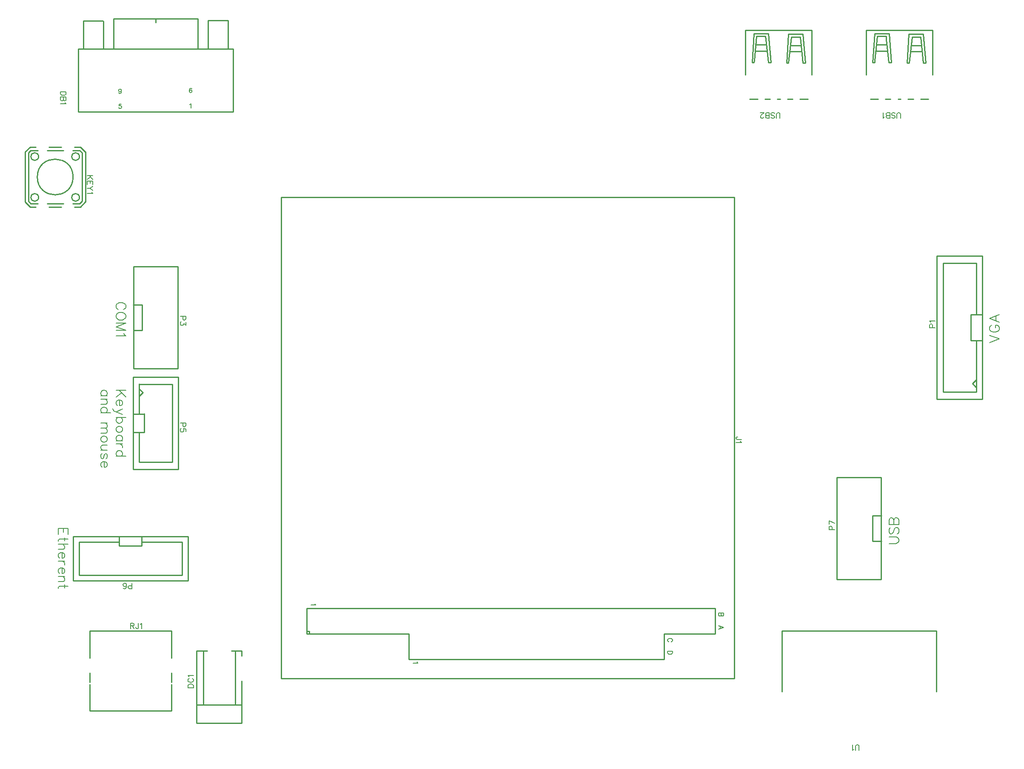
<source format=gto>
G04 Layer: TopSilkscreenLayer*
G04 EasyEDA v6.5.1, 2022-08-09 23:06:28*
G04 a67cddfb3fce44daa9051d46cbbcc19f,10*
G04 Gerber Generator version 0.2*
G04 Scale: 100 percent, Rotated: No, Reflected: No *
G04 Dimensions in millimeters *
G04 leading zeros omitted , absolute positions ,4 integer and 5 decimal *
%FSLAX45Y45*%
%MOMM*%

%ADD10C,0.2540*%
%ADD30C,0.2032*%
%ADD31C,0.1524*%
%ADD32C,0.1270*%

%LPD*%
D30*
X19595010Y7199990D02*
G01*
X19788812Y7273904D01*
X19595010Y7347818D02*
G01*
X19788812Y7273904D01*
X19641238Y7547208D02*
G01*
X19622696Y7538064D01*
X19604154Y7519522D01*
X19595010Y7500980D01*
X19595010Y7464150D01*
X19604154Y7445608D01*
X19622696Y7427320D01*
X19641238Y7417922D01*
X19668924Y7408778D01*
X19714898Y7408778D01*
X19742838Y7417922D01*
X19761126Y7427320D01*
X19779668Y7445608D01*
X19788812Y7464150D01*
X19788812Y7500980D01*
X19779668Y7519522D01*
X19761126Y7538064D01*
X19742838Y7547208D01*
X19714898Y7547208D01*
X19714898Y7500980D02*
G01*
X19714898Y7547208D01*
X19595010Y7682082D02*
G01*
X19788812Y7608168D01*
X19595010Y7682082D02*
G01*
X19788812Y7755996D01*
X19724296Y7635854D02*
G01*
X19724296Y7728310D01*
X17595032Y3200006D02*
G01*
X17733462Y3200006D01*
X17761148Y3209150D01*
X17779690Y3227692D01*
X17788834Y3255378D01*
X17788834Y3273920D01*
X17779690Y3301606D01*
X17761148Y3320148D01*
X17733462Y3329292D01*
X17595032Y3329292D01*
X17622718Y3519538D02*
G01*
X17604176Y3500996D01*
X17595032Y3473310D01*
X17595032Y3436480D01*
X17604176Y3408794D01*
X17622718Y3390252D01*
X17641260Y3390252D01*
X17659548Y3399396D01*
X17668946Y3408794D01*
X17678090Y3427336D01*
X17696632Y3482708D01*
X17705776Y3500996D01*
X17714920Y3510394D01*
X17733462Y3519538D01*
X17761148Y3519538D01*
X17779690Y3500996D01*
X17788834Y3473310D01*
X17788834Y3436480D01*
X17779690Y3408794D01*
X17761148Y3390252D01*
X17595032Y3580498D02*
G01*
X17788834Y3580498D01*
X17595032Y3580498D02*
G01*
X17595032Y3663556D01*
X17604176Y3691496D01*
X17613320Y3700640D01*
X17631862Y3709784D01*
X17650404Y3709784D01*
X17668946Y3700640D01*
X17678090Y3691496D01*
X17687234Y3663556D01*
X17687234Y3580498D02*
G01*
X17687234Y3663556D01*
X17696632Y3691496D01*
X17705776Y3700640D01*
X17724318Y3709784D01*
X17752004Y3709784D01*
X17770546Y3700640D01*
X17779690Y3691496D01*
X17788834Y3663556D01*
X17788834Y3580498D01*
X2405092Y6250017D02*
G01*
X2211036Y6250017D01*
X2405092Y6120731D02*
G01*
X2275806Y6250017D01*
X2322034Y6203789D02*
G01*
X2211036Y6120731D01*
X2284950Y6059771D02*
G01*
X2284950Y5949027D01*
X2303492Y5949027D01*
X2322034Y5958171D01*
X2331178Y5967315D01*
X2340322Y5985857D01*
X2340322Y6013543D01*
X2331178Y6032085D01*
X2312636Y6050627D01*
X2284950Y6059771D01*
X2266408Y6059771D01*
X2238722Y6050627D01*
X2220434Y6032085D01*
X2211036Y6013543D01*
X2211036Y5985857D01*
X2220434Y5967315D01*
X2238722Y5949027D01*
X2340322Y5878669D02*
G01*
X2211036Y5823297D01*
X2340322Y5767925D02*
G01*
X2211036Y5823297D01*
X2174206Y5841839D01*
X2155664Y5860127D01*
X2146520Y5878669D01*
X2146520Y5888067D01*
X2405092Y5706965D02*
G01*
X2211036Y5706965D01*
X2312636Y5706965D02*
G01*
X2331178Y5688423D01*
X2340322Y5669881D01*
X2340322Y5642195D01*
X2331178Y5623907D01*
X2312636Y5605365D01*
X2284950Y5595967D01*
X2266408Y5595967D01*
X2238722Y5605365D01*
X2220434Y5623907D01*
X2211036Y5642195D01*
X2211036Y5669881D01*
X2220434Y5688423D01*
X2238722Y5706965D01*
X2340322Y5489033D02*
G01*
X2331178Y5507321D01*
X2312636Y5525863D01*
X2284950Y5535007D01*
X2266408Y5535007D01*
X2238722Y5525863D01*
X2220434Y5507321D01*
X2211036Y5489033D01*
X2211036Y5461347D01*
X2220434Y5442805D01*
X2238722Y5424263D01*
X2266408Y5415119D01*
X2284950Y5415119D01*
X2312636Y5424263D01*
X2331178Y5442805D01*
X2340322Y5461347D01*
X2340322Y5489033D01*
X2340322Y5243161D02*
G01*
X2211036Y5243161D01*
X2312636Y5243161D02*
G01*
X2331178Y5261703D01*
X2340322Y5280245D01*
X2340322Y5307931D01*
X2331178Y5326473D01*
X2312636Y5344761D01*
X2284950Y5354159D01*
X2266408Y5354159D01*
X2238722Y5344761D01*
X2220434Y5326473D01*
X2211036Y5307931D01*
X2211036Y5280245D01*
X2220434Y5261703D01*
X2238722Y5243161D01*
X2340322Y5182201D02*
G01*
X2211036Y5182201D01*
X2284950Y5182201D02*
G01*
X2312636Y5173057D01*
X2331178Y5154515D01*
X2340322Y5136227D01*
X2340322Y5108287D01*
X2405092Y4936583D02*
G01*
X2211036Y4936583D01*
X2312636Y4936583D02*
G01*
X2331178Y4955125D01*
X2340322Y4973667D01*
X2340322Y5001353D01*
X2331178Y5019641D01*
X2312636Y5038183D01*
X2284950Y5047327D01*
X2266408Y5047327D01*
X2238722Y5038183D01*
X2220434Y5019641D01*
X2211036Y5001353D01*
X2211036Y4973667D01*
X2220434Y4955125D01*
X2238722Y4936583D01*
X2035522Y6139273D02*
G01*
X1906236Y6139273D01*
X2007836Y6139273D02*
G01*
X2026378Y6157561D01*
X2035522Y6176103D01*
X2035522Y6203789D01*
X2026378Y6222331D01*
X2007836Y6240873D01*
X1980150Y6250017D01*
X1961608Y6250017D01*
X1933922Y6240873D01*
X1915634Y6222331D01*
X1906236Y6203789D01*
X1906236Y6176103D01*
X1915634Y6157561D01*
X1933922Y6139273D01*
X2035522Y6078313D02*
G01*
X1906236Y6078313D01*
X1998692Y6078313D02*
G01*
X2026378Y6050627D01*
X2035522Y6032085D01*
X2035522Y6004399D01*
X2026378Y5985857D01*
X1998692Y5976713D01*
X1906236Y5976713D01*
X2100292Y5804755D02*
G01*
X1906236Y5804755D01*
X2007836Y5804755D02*
G01*
X2026378Y5823297D01*
X2035522Y5841839D01*
X2035522Y5869525D01*
X2026378Y5888067D01*
X2007836Y5906355D01*
X1980150Y5915753D01*
X1961608Y5915753D01*
X1933922Y5906355D01*
X1915634Y5888067D01*
X1906236Y5869525D01*
X1906236Y5841839D01*
X1915634Y5823297D01*
X1933922Y5804755D01*
X2035522Y5601555D02*
G01*
X1906236Y5601555D01*
X1998692Y5601555D02*
G01*
X2026378Y5573869D01*
X2035522Y5555327D01*
X2035522Y5527641D01*
X2026378Y5509353D01*
X1998692Y5499955D01*
X1906236Y5499955D01*
X1998692Y5499955D02*
G01*
X2026378Y5472269D01*
X2035522Y5453727D01*
X2035522Y5426041D01*
X2026378Y5407753D01*
X1998692Y5398355D01*
X1906236Y5398355D01*
X2035522Y5291167D02*
G01*
X2026378Y5309709D01*
X2007836Y5328251D01*
X1980150Y5337395D01*
X1961608Y5337395D01*
X1933922Y5328251D01*
X1915634Y5309709D01*
X1906236Y5291167D01*
X1906236Y5263481D01*
X1915634Y5245193D01*
X1933922Y5226651D01*
X1961608Y5217507D01*
X1980150Y5217507D01*
X2007836Y5226651D01*
X2026378Y5245193D01*
X2035522Y5263481D01*
X2035522Y5291167D01*
X2035522Y5156547D02*
G01*
X1943320Y5156547D01*
X1915634Y5147149D01*
X1906236Y5128607D01*
X1906236Y5100921D01*
X1915634Y5082633D01*
X1943320Y5054947D01*
X2035522Y5054947D02*
G01*
X1906236Y5054947D01*
X2007836Y4892387D02*
G01*
X2026378Y4901531D01*
X2035522Y4929217D01*
X2035522Y4956903D01*
X2026378Y4984589D01*
X2007836Y4993987D01*
X1989294Y4984589D01*
X1980150Y4966047D01*
X1971006Y4920073D01*
X1961608Y4901531D01*
X1943320Y4892387D01*
X1933922Y4892387D01*
X1915634Y4901531D01*
X1906236Y4929217D01*
X1906236Y4956903D01*
X1915634Y4984589D01*
X1933922Y4993987D01*
X1980150Y4831427D02*
G01*
X1980150Y4720429D01*
X1998692Y4720429D01*
X2017234Y4729827D01*
X2026378Y4738971D01*
X2035522Y4757513D01*
X2035522Y4785199D01*
X2026378Y4803487D01*
X2007836Y4822029D01*
X1980150Y4831427D01*
X1961608Y4831427D01*
X1933922Y4822029D01*
X1915634Y4803487D01*
X1906236Y4785199D01*
X1906236Y4757513D01*
X1915634Y4738971D01*
X1933922Y4720429D01*
X2358758Y7861561D02*
G01*
X2377300Y7870705D01*
X2395842Y7889247D01*
X2404986Y7907535D01*
X2404986Y7944619D01*
X2395842Y7963161D01*
X2377300Y7981449D01*
X2358758Y7990847D01*
X2331072Y7999991D01*
X2285098Y7999991D01*
X2257158Y7990847D01*
X2238870Y7981449D01*
X2220328Y7963161D01*
X2211184Y7944619D01*
X2211184Y7907535D01*
X2220328Y7889247D01*
X2238870Y7870705D01*
X2257158Y7861561D01*
X2404986Y7744975D02*
G01*
X2395842Y7763517D01*
X2377300Y7782059D01*
X2358758Y7791203D01*
X2331072Y7800601D01*
X2285098Y7800601D01*
X2257158Y7791203D01*
X2238870Y7782059D01*
X2220328Y7763517D01*
X2211184Y7744975D01*
X2211184Y7708145D01*
X2220328Y7689603D01*
X2238870Y7671061D01*
X2257158Y7661917D01*
X2285098Y7652773D01*
X2331072Y7652773D01*
X2358758Y7661917D01*
X2377300Y7671061D01*
X2395842Y7689603D01*
X2404986Y7708145D01*
X2404986Y7744975D01*
X2404986Y7591813D02*
G01*
X2211184Y7591813D01*
X2404986Y7591813D02*
G01*
X2211184Y7517899D01*
X2404986Y7443985D02*
G01*
X2211184Y7517899D01*
X2404986Y7443985D02*
G01*
X2211184Y7443985D01*
X2368156Y7383025D02*
G01*
X2377300Y7364483D01*
X2404986Y7336797D01*
X2211184Y7336797D01*
X1254986Y3500010D02*
G01*
X1061184Y3500010D01*
X1254986Y3500010D02*
G01*
X1254986Y3379868D01*
X1162784Y3500010D02*
G01*
X1162784Y3426096D01*
X1061184Y3500010D02*
G01*
X1061184Y3379868D01*
X1254986Y3291222D02*
G01*
X1098014Y3291222D01*
X1070328Y3282078D01*
X1061184Y3263536D01*
X1061184Y3244994D01*
X1190470Y3318908D02*
G01*
X1190470Y3254392D01*
X1254986Y3184034D02*
G01*
X1061184Y3184034D01*
X1153386Y3184034D02*
G01*
X1181072Y3156348D01*
X1190470Y3138060D01*
X1190470Y3110120D01*
X1181072Y3091832D01*
X1153386Y3082434D01*
X1061184Y3082434D01*
X1135098Y3021474D02*
G01*
X1135098Y2910730D01*
X1153386Y2910730D01*
X1171928Y2919874D01*
X1181072Y2929272D01*
X1190470Y2947560D01*
X1190470Y2975500D01*
X1181072Y2993788D01*
X1162784Y3012330D01*
X1135098Y3021474D01*
X1116556Y3021474D01*
X1088870Y3012330D01*
X1070328Y2993788D01*
X1061184Y2975500D01*
X1061184Y2947560D01*
X1070328Y2929272D01*
X1088870Y2910730D01*
X1190470Y2849770D02*
G01*
X1061184Y2849770D01*
X1135098Y2849770D02*
G01*
X1162784Y2840626D01*
X1181072Y2822084D01*
X1190470Y2803542D01*
X1190470Y2775856D01*
X1135098Y2714896D02*
G01*
X1135098Y2604152D01*
X1153386Y2604152D01*
X1171928Y2613296D01*
X1181072Y2622440D01*
X1190470Y2640982D01*
X1190470Y2668668D01*
X1181072Y2687210D01*
X1162784Y2705752D01*
X1135098Y2714896D01*
X1116556Y2714896D01*
X1088870Y2705752D01*
X1070328Y2687210D01*
X1061184Y2668668D01*
X1061184Y2640982D01*
X1070328Y2622440D01*
X1088870Y2604152D01*
X1190470Y2543192D02*
G01*
X1061184Y2543192D01*
X1153386Y2543192D02*
G01*
X1181072Y2515506D01*
X1190470Y2496964D01*
X1190470Y2469278D01*
X1181072Y2450736D01*
X1153386Y2441592D01*
X1061184Y2441592D01*
X1254986Y2352946D02*
G01*
X1098014Y2352946D01*
X1070328Y2343548D01*
X1061184Y2325260D01*
X1061184Y2306718D01*
X1190470Y2380632D02*
G01*
X1190470Y2315862D01*
D31*
X14657781Y5272887D02*
G01*
X14574723Y5272887D01*
X14558975Y5277967D01*
X14553895Y5283301D01*
X14548561Y5293715D01*
X14548561Y5304129D01*
X14553895Y5314289D01*
X14558975Y5319623D01*
X14574723Y5324703D01*
X14585137Y5324703D01*
X14636953Y5238597D02*
G01*
X14642287Y5228183D01*
X14657781Y5212689D01*
X14548561Y5212689D01*
D30*
X6168390Y1997455D02*
G01*
X6172961Y1988312D01*
X6186931Y1974342D01*
X6089904Y1974342D01*
X8200390Y841755D02*
G01*
X8204961Y832612D01*
X8218931Y818642D01*
X8121904Y818642D01*
X14302231Y1528826D02*
G01*
X14205204Y1565655D01*
X14302231Y1528826D02*
G01*
X14205204Y1491742D01*
X14237461Y1551686D02*
G01*
X14237461Y1505712D01*
X14302231Y1819655D02*
G01*
X14205204Y1819655D01*
X14302231Y1819655D02*
G01*
X14302231Y1778000D01*
X14297406Y1764284D01*
X14292834Y1759712D01*
X14283690Y1754886D01*
X14274545Y1754886D01*
X14265147Y1759712D01*
X14260575Y1764284D01*
X14256004Y1778000D01*
X14256004Y1819655D02*
G01*
X14256004Y1778000D01*
X14251431Y1764284D01*
X14246606Y1759712D01*
X14237461Y1754886D01*
X14223745Y1754886D01*
X14214347Y1759712D01*
X14209775Y1764284D01*
X14205204Y1778000D01*
X14205204Y1819655D01*
X13263118Y1242313D02*
G01*
X13272261Y1246886D01*
X13281406Y1256284D01*
X13286231Y1265428D01*
X13286231Y1283970D01*
X13281406Y1293113D01*
X13272261Y1302512D01*
X13263118Y1307084D01*
X13249147Y1311655D01*
X13226034Y1311655D01*
X13212318Y1307084D01*
X13202920Y1302512D01*
X13193775Y1293113D01*
X13189204Y1283970D01*
X13189204Y1265428D01*
X13193775Y1256284D01*
X13202920Y1246886D01*
X13212318Y1242313D01*
X13286231Y1057655D02*
G01*
X13189204Y1057655D01*
X13286231Y1057655D02*
G01*
X13286231Y1025397D01*
X13281406Y1011428D01*
X13272261Y1002284D01*
X13263118Y997712D01*
X13249147Y992886D01*
X13226034Y992886D01*
X13212318Y997712D01*
X13202920Y1002284D01*
X13193775Y1011428D01*
X13189204Y1025397D01*
X13189204Y1057655D01*
D31*
X18402007Y7499873D02*
G01*
X18511227Y7499873D01*
X18402007Y7499873D02*
G01*
X18402007Y7546609D01*
X18407341Y7562357D01*
X18412421Y7567437D01*
X18422835Y7572517D01*
X18438329Y7572517D01*
X18448743Y7567437D01*
X18454077Y7562357D01*
X18459157Y7546609D01*
X18459157Y7499873D01*
X18422835Y7606807D02*
G01*
X18417755Y7617221D01*
X18402007Y7632969D01*
X18511227Y7632969D01*
X2498806Y1611619D02*
G01*
X2498806Y1502653D01*
X2498806Y1611619D02*
G01*
X2545542Y1611619D01*
X2561036Y1606539D01*
X2566370Y1601205D01*
X2571450Y1590791D01*
X2571450Y1580377D01*
X2566370Y1569963D01*
X2561036Y1564883D01*
X2545542Y1559803D01*
X2498806Y1559803D01*
X2535128Y1559803D02*
G01*
X2571450Y1502653D01*
X2657810Y1611619D02*
G01*
X2657810Y1528561D01*
X2652476Y1512813D01*
X2647396Y1507733D01*
X2636982Y1502653D01*
X2626568Y1502653D01*
X2616154Y1507733D01*
X2611074Y1512813D01*
X2605740Y1528561D01*
X2605740Y1538975D01*
X2692100Y1590791D02*
G01*
X2702514Y1596125D01*
X2718008Y1611619D01*
X2718008Y1502653D01*
X16999999Y-918715D02*
G01*
X16999999Y-840737D01*
X16994919Y-825243D01*
X16984505Y-814829D01*
X16968757Y-809749D01*
X16958343Y-809749D01*
X16942849Y-814829D01*
X16932435Y-825243D01*
X16927355Y-840737D01*
X16927355Y-918715D01*
X16893065Y-897887D02*
G01*
X16882651Y-903221D01*
X16866903Y-918715D01*
X16866903Y-809749D01*
X1215316Y12200001D02*
G01*
X1106350Y12200001D01*
X1215316Y12200001D02*
G01*
X1215316Y12163679D01*
X1210236Y12147930D01*
X1199822Y12137770D01*
X1189408Y12132437D01*
X1173660Y12127356D01*
X1147752Y12127356D01*
X1132258Y12132437D01*
X1121844Y12137770D01*
X1111430Y12147930D01*
X1106350Y12163679D01*
X1106350Y12200001D01*
X1215316Y12093067D02*
G01*
X1106350Y12093067D01*
X1215316Y12093067D02*
G01*
X1215316Y12046330D01*
X1210236Y12030583D01*
X1204902Y12025503D01*
X1194488Y12020169D01*
X1184074Y12020169D01*
X1173660Y12025503D01*
X1168580Y12030583D01*
X1163500Y12046330D01*
X1163500Y12093067D02*
G01*
X1163500Y12046330D01*
X1158166Y12030583D01*
X1153086Y12025503D01*
X1142672Y12020169D01*
X1126924Y12020169D01*
X1116510Y12025503D01*
X1111430Y12030583D01*
X1106350Y12046330D01*
X1106350Y12093067D01*
X1194488Y11985879D02*
G01*
X1199822Y11975464D01*
X1215316Y11959970D01*
X1106350Y11959970D01*
D32*
X2313680Y11950611D02*
G01*
X2273294Y11950611D01*
X2269230Y11914289D01*
X2273294Y11918353D01*
X2285232Y11922417D01*
X2297424Y11922417D01*
X2309616Y11918353D01*
X2317744Y11910225D01*
X2321808Y11898033D01*
X2321808Y11889905D01*
X2317744Y11877967D01*
X2309616Y11869839D01*
X2297424Y11865775D01*
X2285232Y11865775D01*
X2273294Y11869839D01*
X2269230Y11873903D01*
X2265166Y11882031D01*
X3679946Y11944515D02*
G01*
X3688074Y11948579D01*
X3700012Y11960771D01*
X3700012Y11875935D01*
X3718300Y12253379D02*
G01*
X3714236Y12261507D01*
X3702044Y12265571D01*
X3693916Y12265571D01*
X3681978Y12261507D01*
X3673850Y12249315D01*
X3669786Y12229249D01*
X3669786Y12208929D01*
X3673850Y12192927D01*
X3681978Y12184799D01*
X3693916Y12180735D01*
X3697980Y12180735D01*
X3710172Y12184799D01*
X3718300Y12192927D01*
X3722364Y12204865D01*
X3722364Y12208929D01*
X3718300Y12221121D01*
X3710172Y12229249D01*
X3697980Y12233313D01*
X3693916Y12233313D01*
X3681978Y12229249D01*
X3673850Y12221121D01*
X3669786Y12208929D01*
X2315204Y12222137D02*
G01*
X2311140Y12209945D01*
X2303012Y12201817D01*
X2290820Y12197753D01*
X2286756Y12197753D01*
X2274818Y12201817D01*
X2266690Y12209945D01*
X2262626Y12222137D01*
X2262626Y12226201D01*
X2266690Y12238139D01*
X2274818Y12246267D01*
X2286756Y12250331D01*
X2290820Y12250331D01*
X2303012Y12246267D01*
X2311140Y12238139D01*
X2315204Y12222137D01*
X2315204Y12201817D01*
X2311140Y12181751D01*
X2303012Y12169559D01*
X2290820Y12165495D01*
X2282692Y12165495D01*
X2270754Y12169559D01*
X2266690Y12177687D01*
D31*
X3641671Y328246D02*
G01*
X3750637Y328246D01*
X3641671Y328246D02*
G01*
X3641671Y364568D01*
X3646751Y380316D01*
X3657165Y390476D01*
X3667579Y395810D01*
X3683327Y400890D01*
X3709235Y400890D01*
X3724729Y395810D01*
X3735143Y390476D01*
X3745557Y380316D01*
X3750637Y364568D01*
X3750637Y328246D01*
X3667579Y513158D02*
G01*
X3657165Y508078D01*
X3646751Y497664D01*
X3641671Y487250D01*
X3641671Y466422D01*
X3646751Y456008D01*
X3657165Y445594D01*
X3667579Y440514D01*
X3683327Y435180D01*
X3709235Y435180D01*
X3724729Y440514D01*
X3735143Y445594D01*
X3745557Y456008D01*
X3750637Y466422D01*
X3750637Y487250D01*
X3745557Y497664D01*
X3735143Y508078D01*
X3724729Y513158D01*
X3662499Y547448D02*
G01*
X3657165Y557862D01*
X3641671Y573356D01*
X3750637Y573356D01*
X1750316Y10525399D02*
G01*
X1641350Y10525399D01*
X1750316Y10452755D02*
G01*
X1677672Y10525399D01*
X1703580Y10499491D02*
G01*
X1641350Y10452755D01*
X1750316Y10418465D02*
G01*
X1641350Y10418465D01*
X1750316Y10418465D02*
G01*
X1750316Y10350901D01*
X1698500Y10418465D02*
G01*
X1698500Y10376809D01*
X1641350Y10418465D02*
G01*
X1641350Y10350901D01*
X1750316Y10316611D02*
G01*
X1698500Y10274955D01*
X1641350Y10274955D01*
X1750316Y10233299D02*
G01*
X1698500Y10274955D01*
X1729488Y10199009D02*
G01*
X1734822Y10188849D01*
X1750316Y10173101D01*
X1641350Y10173101D01*
X3597917Y7725399D02*
G01*
X3488951Y7725399D01*
X3597917Y7725399D02*
G01*
X3597917Y7678663D01*
X3592837Y7663169D01*
X3587503Y7657835D01*
X3577089Y7652755D01*
X3561595Y7652755D01*
X3551181Y7657835D01*
X3546101Y7663169D01*
X3540767Y7678663D01*
X3540767Y7725399D01*
X3597917Y7608051D02*
G01*
X3597917Y7550901D01*
X3556261Y7581889D01*
X3556261Y7566395D01*
X3551181Y7555981D01*
X3546101Y7550901D01*
X3530353Y7545567D01*
X3519939Y7545567D01*
X3504445Y7550901D01*
X3494031Y7561315D01*
X3488951Y7576809D01*
X3488951Y7592303D01*
X3494031Y7608051D01*
X3499111Y7613131D01*
X3509525Y7618465D01*
X3597917Y5600001D02*
G01*
X3488951Y5600001D01*
X3597917Y5600001D02*
G01*
X3597917Y5553265D01*
X3592837Y5537771D01*
X3587503Y5532437D01*
X3577089Y5527357D01*
X3561595Y5527357D01*
X3551181Y5532437D01*
X3546101Y5537771D01*
X3540767Y5553265D01*
X3540767Y5600001D01*
X3597917Y5430583D02*
G01*
X3597917Y5482653D01*
X3551181Y5487733D01*
X3556261Y5482653D01*
X3561595Y5466905D01*
X3561595Y5451411D01*
X3556261Y5435917D01*
X3546101Y5425503D01*
X3530353Y5420169D01*
X3519939Y5420169D01*
X3504445Y5425503D01*
X3494031Y5435917D01*
X3488951Y5451411D01*
X3488951Y5466905D01*
X3494031Y5482653D01*
X3499111Y5487733D01*
X3509525Y5493067D01*
X2525400Y2302083D02*
G01*
X2525400Y2411049D01*
X2525400Y2302083D02*
G01*
X2478664Y2302083D01*
X2463170Y2307163D01*
X2457836Y2312497D01*
X2452756Y2322911D01*
X2452756Y2338405D01*
X2457836Y2348819D01*
X2463170Y2353899D01*
X2478664Y2359233D01*
X2525400Y2359233D01*
X2355982Y2317577D02*
G01*
X2361316Y2307163D01*
X2376810Y2302083D01*
X2387224Y2302083D01*
X2402718Y2307163D01*
X2413132Y2322911D01*
X2418466Y2348819D01*
X2418466Y2374727D01*
X2413132Y2395555D01*
X2402718Y2405969D01*
X2387224Y2411049D01*
X2381890Y2411049D01*
X2366396Y2405969D01*
X2355982Y2395555D01*
X2350902Y2380061D01*
X2350902Y2374727D01*
X2355982Y2359233D01*
X2366396Y2348819D01*
X2381890Y2343739D01*
X2387224Y2343739D01*
X2402718Y2348819D01*
X2413132Y2359233D01*
X2418466Y2374727D01*
X16402083Y3474600D02*
G01*
X16511049Y3474600D01*
X16402083Y3474600D02*
G01*
X16402083Y3521336D01*
X16407163Y3536830D01*
X16412497Y3542164D01*
X16422911Y3547244D01*
X16438405Y3547244D01*
X16448819Y3542164D01*
X16453899Y3536830D01*
X16459233Y3521336D01*
X16459233Y3474600D01*
X16402083Y3654432D02*
G01*
X16511049Y3602362D01*
X16402083Y3581534D02*
G01*
X16402083Y3654432D01*
X17825466Y11671960D02*
G01*
X17825466Y11749938D01*
X17820386Y11765432D01*
X17809972Y11775846D01*
X17794224Y11780926D01*
X17783809Y11780926D01*
X17768316Y11775846D01*
X17757902Y11765432D01*
X17752822Y11749938D01*
X17752822Y11671960D01*
X17645634Y11687454D02*
G01*
X17656048Y11677040D01*
X17671795Y11671960D01*
X17692370Y11671960D01*
X17708118Y11677040D01*
X17718531Y11687454D01*
X17718531Y11697868D01*
X17713198Y11708282D01*
X17708118Y11713616D01*
X17697704Y11718696D01*
X17666461Y11729110D01*
X17656048Y11734190D01*
X17650968Y11739524D01*
X17645634Y11749938D01*
X17645634Y11765432D01*
X17656048Y11775846D01*
X17671795Y11780926D01*
X17692370Y11780926D01*
X17708118Y11775846D01*
X17718531Y11765432D01*
X17611343Y11671960D02*
G01*
X17611343Y11780926D01*
X17611343Y11671960D02*
G01*
X17564608Y11671960D01*
X17549113Y11677040D01*
X17543779Y11682374D01*
X17538700Y11692788D01*
X17538700Y11703202D01*
X17543779Y11713616D01*
X17549113Y11718696D01*
X17564608Y11723776D01*
X17611343Y11723776D02*
G01*
X17564608Y11723776D01*
X17549113Y11729110D01*
X17543779Y11734190D01*
X17538700Y11744604D01*
X17538700Y11760352D01*
X17543779Y11770766D01*
X17549113Y11775846D01*
X17564608Y11780926D01*
X17611343Y11780926D01*
X17504409Y11692788D02*
G01*
X17493995Y11687454D01*
X17478502Y11671960D01*
X17478502Y11780926D01*
X15425465Y11671960D02*
G01*
X15425465Y11749938D01*
X15420385Y11765432D01*
X15409971Y11775846D01*
X15394223Y11780926D01*
X15383809Y11780926D01*
X15368315Y11775846D01*
X15357901Y11765432D01*
X15352821Y11749938D01*
X15352821Y11671960D01*
X15245633Y11687454D02*
G01*
X15256047Y11677040D01*
X15271795Y11671960D01*
X15292369Y11671960D01*
X15308117Y11677040D01*
X15318531Y11687454D01*
X15318531Y11697868D01*
X15313197Y11708282D01*
X15308117Y11713616D01*
X15297703Y11718696D01*
X15266461Y11729110D01*
X15256047Y11734190D01*
X15250967Y11739524D01*
X15245633Y11749938D01*
X15245633Y11765432D01*
X15256047Y11775846D01*
X15271795Y11780926D01*
X15292369Y11780926D01*
X15308117Y11775846D01*
X15318531Y11765432D01*
X15211343Y11671960D02*
G01*
X15211343Y11780926D01*
X15211343Y11671960D02*
G01*
X15164607Y11671960D01*
X15149113Y11677040D01*
X15143779Y11682374D01*
X15138699Y11692788D01*
X15138699Y11703202D01*
X15143779Y11713616D01*
X15149113Y11718696D01*
X15164607Y11723776D01*
X15211343Y11723776D02*
G01*
X15164607Y11723776D01*
X15149113Y11729110D01*
X15143779Y11734190D01*
X15138699Y11744604D01*
X15138699Y11760352D01*
X15143779Y11770766D01*
X15149113Y11775846D01*
X15164607Y11780926D01*
X15211343Y11780926D01*
X15099075Y11697868D02*
G01*
X15099075Y11692788D01*
X15093995Y11682374D01*
X15088915Y11677040D01*
X15078501Y11671960D01*
X15057673Y11671960D01*
X15047259Y11677040D01*
X15041925Y11682374D01*
X15036845Y11692788D01*
X15036845Y11703202D01*
X15041925Y11713616D01*
X15052339Y11729110D01*
X15104409Y11780926D01*
X15031765Y11780926D01*
D10*
X5500115Y511555D02*
G01*
X5500115Y10100055D01*
X14517116Y10100055D01*
X14517116Y511555D01*
X5500115Y511555D01*
X6008115Y1451355D02*
G01*
X6058915Y1451355D01*
X6058915Y1400555D01*
X6008115Y1908555D02*
G01*
X6008115Y1400555D01*
X8040115Y1400555D01*
X8040115Y892555D01*
X13120116Y892555D01*
X13120116Y1400555D01*
X14136116Y1400555D01*
X14136116Y1908555D01*
X6008115Y1908555D01*
X18547880Y8927480D02*
G01*
X19447878Y8927480D01*
X18670663Y8787780D02*
G01*
X19327660Y8787780D01*
X18547880Y6077854D02*
G01*
X18547880Y8927988D01*
X19447878Y6075060D02*
G01*
X18547880Y6075060D01*
X19327660Y6217300D02*
G01*
X18670663Y6217300D01*
X19449580Y6080394D02*
G01*
X19449580Y8929994D01*
X18669800Y6218163D02*
G01*
X18669800Y8788008D01*
X19317500Y6321440D02*
G01*
X19254000Y6384940D01*
X19322580Y6453520D01*
X19325120Y6453520D01*
X19231140Y7240920D02*
G01*
X19447040Y7240920D01*
X19226060Y7240920D02*
G01*
X19226060Y7761620D01*
X19447040Y7761620D01*
X19449580Y7764160D01*
X19330200Y6217300D02*
G01*
X19330200Y7238380D01*
X19327660Y7240920D01*
X19332740Y7764160D02*
G01*
X19330200Y7764160D01*
X19330200Y8787780D01*
X3312807Y920910D02*
G01*
X3312807Y1457203D01*
X1687207Y1457203D01*
X3312807Y438376D02*
G01*
X3312807Y625096D01*
X1687207Y395632D02*
G01*
X1687207Y-130296D01*
X3312807Y-130296D01*
X3312807Y395632D01*
X1687207Y625096D02*
G01*
X1687207Y438376D01*
X1687207Y1457203D02*
G01*
X1687207Y920910D01*
X18539239Y1457200D02*
G01*
X18539239Y253240D01*
X15460759Y1457200D02*
G01*
X15460759Y253240D01*
X18539239Y1457200D02*
G01*
X15460759Y1457200D01*
X4440001Y13049999D02*
G01*
X4440001Y13620003D01*
X4040002Y13620003D01*
X4040002Y13049999D01*
X1543044Y13049973D02*
G01*
X1557218Y13049973D01*
X1557218Y13607605D01*
X1953991Y13607605D01*
X4540016Y13049999D02*
G01*
X4540016Y11799989D01*
X1460012Y11799989D01*
X1460012Y13049999D01*
X1537863Y13049999D01*
X4540016Y13049999D01*
X1957009Y13049999D02*
G01*
X1957003Y13605797D01*
X3000509Y13577999D02*
G01*
X3000509Y13647999D01*
X2163008Y13049999D02*
G01*
X2163008Y13650000D01*
X3838008Y13650000D01*
X3838008Y13049999D01*
X4714976Y-379989D02*
G01*
X3814975Y-379991D01*
X3814975Y-379991D02*
G01*
X3814975Y1060046D01*
X4714974Y-9954D02*
G01*
X3814975Y-9954D01*
X4584976Y-1953D02*
G01*
X4584976Y1060046D01*
X3944998Y-1953D02*
G01*
X3944998Y1060046D01*
X3814975Y1060046D02*
G01*
X4022537Y1060046D01*
X4507438Y1060046D02*
G01*
X4714976Y1060046D01*
X4714976Y-379989D02*
G01*
X4714976Y458541D01*
X4714976Y961476D02*
G01*
X4714976Y1060046D01*
X1599999Y10999998D02*
G01*
X1599999Y10000000D01*
X400001Y10000000D02*
G01*
X400001Y10999998D01*
X1485140Y11030859D02*
G01*
X1533400Y10982599D01*
X1599440Y11000379D02*
G01*
X1500380Y11099439D01*
X1599440Y9999619D02*
G01*
X1500380Y9900559D01*
X499620Y11099439D02*
G01*
X400560Y11000379D01*
X499620Y9900559D02*
G01*
X400560Y9999619D01*
X1500380Y9900559D02*
G01*
X1384614Y9900559D01*
X1123386Y9900559D02*
G01*
X876614Y9900559D01*
X615386Y9900559D02*
G01*
X499620Y9900559D01*
X1533400Y10982599D02*
G01*
X1533400Y10017399D01*
X1485140Y9969139D01*
X1485140Y9969139D02*
G01*
X1347911Y9969139D01*
X1160089Y9969139D02*
G01*
X839911Y9969139D01*
X652089Y9969139D02*
G01*
X514860Y9969139D01*
X514860Y9969139D02*
G01*
X466600Y10017399D01*
X466600Y10982599D01*
X514860Y11030859D01*
X1485140Y11030859D02*
G01*
X1347911Y11030859D01*
X1160089Y11030859D02*
G01*
X839911Y11030859D01*
X652089Y11030859D02*
G01*
X505917Y11030859D01*
X1500380Y11099439D02*
G01*
X1384614Y11099439D01*
X1123386Y11099439D02*
G01*
X876614Y11099439D01*
X615386Y11099439D02*
G01*
X498350Y11099439D01*
X2733301Y7953999D02*
G01*
X2555501Y7953999D01*
X2563121Y7948919D01*
X2733301Y7953999D02*
G01*
X2733301Y7445999D01*
X2558041Y7445999D01*
X2563121Y7445999D01*
X3440005Y8715009D02*
G01*
X3440005Y6685015D01*
X2559997Y6685015D01*
X2559997Y8715009D01*
X3440005Y8715009D01*
X3452121Y6514147D02*
G01*
X3452121Y4680013D01*
X3450419Y4680521D02*
G01*
X2550421Y4680521D01*
X3329338Y4817681D02*
G01*
X2672341Y4817681D01*
X2552123Y6516941D02*
G01*
X3452121Y6516941D01*
X2672341Y6374701D02*
G01*
X3329338Y6374701D01*
X2550421Y6514401D02*
G01*
X2550421Y4680800D01*
X3330201Y6373837D02*
G01*
X3330201Y4819992D01*
X2682501Y6270561D02*
G01*
X2746001Y6207061D01*
X2677421Y6138481D01*
X2674881Y6138481D01*
X2766321Y5780341D02*
G01*
X2550421Y5780341D01*
X2773941Y5782881D02*
G01*
X2773941Y5414581D01*
X2550421Y5414581D01*
X2550421Y5333301D01*
X2669801Y6377241D02*
G01*
X2669801Y5782881D01*
X2669801Y5412041D02*
G01*
X2669801Y4817681D01*
X1358000Y2460002D02*
G01*
X1357998Y3339998D01*
X1472999Y2570109D02*
G01*
X1472999Y3230001D01*
X3642001Y2460000D02*
G01*
X1358000Y2460000D01*
X3641999Y3339998D02*
G01*
X3642001Y2460000D01*
X3527000Y3229998D02*
G01*
X3527000Y2569997D01*
X3527000Y2569997D02*
G01*
X1472999Y2569997D01*
X2274994Y3230001D02*
G01*
X1472996Y3230001D01*
X3527000Y3230001D02*
G01*
X2725003Y3230001D01*
X3642001Y3339998D02*
G01*
X1358000Y3339998D01*
X2274996Y3153999D02*
G01*
X2274999Y3339998D01*
X2725003Y3153999D02*
G01*
X2725003Y3339998D01*
X2725003Y3153999D02*
G01*
X2274996Y3153999D01*
X17266699Y3246000D02*
G01*
X17444499Y3246000D01*
X17436879Y3251080D01*
X17266699Y3246000D02*
G01*
X17266699Y3754000D01*
X17441959Y3754000D01*
X17436879Y3754000D01*
X16559994Y2484991D02*
G01*
X16559994Y4514984D01*
X17440003Y4514984D01*
X17440003Y2484991D01*
X16559994Y2484991D01*
X17376902Y12053862D02*
G01*
X17223066Y12053862D01*
X17626901Y12053862D02*
G01*
X17523129Y12053862D01*
X17826901Y12053862D02*
G01*
X17773129Y12053862D01*
X18076900Y12053862D02*
G01*
X17973128Y12053862D01*
X18376836Y12053862D02*
G01*
X18223128Y12053862D01*
X18459043Y12609474D02*
G01*
X18459043Y12533175D01*
X17139056Y12609474D02*
G01*
X17139056Y12533175D01*
X17270831Y12782194D02*
G01*
X17305629Y13355853D01*
X17594148Y13355370D01*
X17643652Y12781864D01*
X17592776Y12782245D01*
X17541748Y13236270D01*
X17534229Y13304088D01*
X17359249Y13303021D01*
X17311852Y12825196D01*
X17308855Y12782194D01*
X17270831Y12782194D01*
X17953710Y12775311D02*
G01*
X17989270Y13349351D01*
X18278830Y13349351D01*
X18327090Y12775311D01*
X18276290Y12775311D01*
X18225770Y13288822D01*
X18050738Y13288822D01*
X17991810Y12775311D01*
X17953710Y12775311D01*
X18248528Y13001828D02*
G01*
X18022519Y13001828D01*
X18234533Y13122833D02*
G01*
X18031536Y13122833D01*
X17560416Y13011734D02*
G01*
X17334407Y13011734D01*
X17546421Y13132739D02*
G01*
X17343424Y13132739D01*
X18459043Y13421283D02*
G01*
X17139056Y13421283D01*
X18459043Y13421283D02*
G01*
X18459043Y12609474D01*
X17139056Y13421283D02*
G01*
X17139056Y12609474D01*
X14976901Y12053862D02*
G01*
X14823066Y12053862D01*
X15226901Y12053862D02*
G01*
X15123129Y12053862D01*
X15426900Y12053862D02*
G01*
X15373129Y12053862D01*
X15676900Y12053862D02*
G01*
X15573128Y12053862D01*
X15976836Y12053862D02*
G01*
X15823128Y12053862D01*
X16059043Y12609474D02*
G01*
X16059043Y12533175D01*
X14739056Y12609474D02*
G01*
X14739056Y12533175D01*
X14870831Y12782194D02*
G01*
X14905629Y13355853D01*
X15194147Y13355370D01*
X15243652Y12781864D01*
X15192776Y12782245D01*
X15141747Y13236270D01*
X15134229Y13304088D01*
X14959248Y13303021D01*
X14911852Y12825196D01*
X14908855Y12782194D01*
X14870831Y12782194D01*
X15553710Y12775311D02*
G01*
X15589270Y13349351D01*
X15878830Y13349351D01*
X15927090Y12775311D01*
X15876290Y12775311D01*
X15825769Y13288822D01*
X15650738Y13288822D01*
X15591810Y12775311D01*
X15553710Y12775311D01*
X15848528Y13001828D02*
G01*
X15622518Y13001828D01*
X15834532Y13122833D02*
G01*
X15631535Y13122833D01*
X15160416Y13011734D02*
G01*
X14934407Y13011734D01*
X15146421Y13132739D02*
G01*
X14943424Y13132739D01*
X16059043Y13421283D02*
G01*
X14739056Y13421283D01*
X16059043Y13421283D02*
G01*
X16059043Y12609474D01*
X14739056Y13421283D02*
G01*
X14739056Y12609474D01*
G75*
G01
X1482598Y10906404D02*
G03X1482598Y10906404I-76200J0D01*
G75*
G01
X1482598Y10093604D02*
G03X1482598Y10093604I-76200J0D01*
G75*
G01
X669798Y10906404D02*
G03X669798Y10906404I-76200J0D01*
G75*
G01
X669798Y10093604D02*
G03X669798Y10093604I-76200J0D01*
G75*
G01
X1355598Y10500004D02*
G03X1355598Y10500004I-355600J0D01*
M02*

</source>
